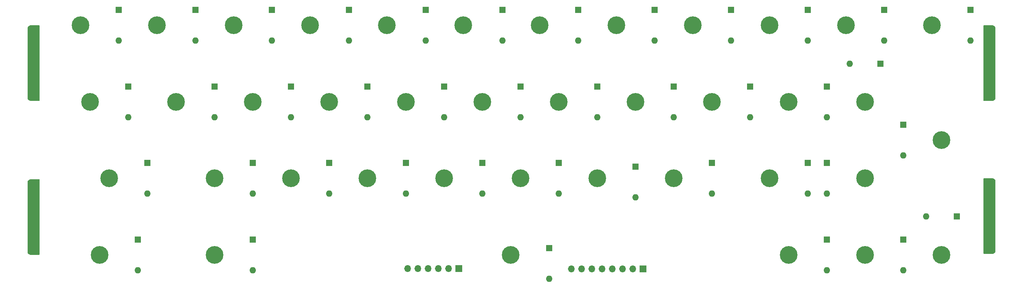
<source format=gbr>
%TF.GenerationSoftware,KiCad,Pcbnew,8.0.3*%
%TF.CreationDate,2024-07-17T12:37:23+01:00*%
%TF.ProjectId,keyboard,6b657962-6f61-4726-942e-6b696361645f,rev?*%
%TF.SameCoordinates,Original*%
%TF.FileFunction,Soldermask,Top*%
%TF.FilePolarity,Negative*%
%FSLAX46Y46*%
G04 Gerber Fmt 4.6, Leading zero omitted, Abs format (unit mm)*
G04 Created by KiCad (PCBNEW 8.0.3) date 2024-07-17 12:37:23*
%MOMM*%
%LPD*%
G01*
G04 APERTURE LIST*
%ADD10C,4.400000*%
%ADD11R,1.600000X1.600000*%
%ADD12O,1.600000X1.600000*%
%ADD13R,1.700000X1.700000*%
%ADD14O,1.700000X1.700000*%
G04 APERTURE END LIST*
D10*
%TO.C,SW40*%
X249375000Y-104500000D03*
%TD*%
%TO.C,SW39*%
X230375000Y-104500000D03*
%TD*%
%TO.C,SW38*%
X211375000Y-104500000D03*
%TD*%
%TO.C,SW37*%
X230375000Y-85500000D03*
%TD*%
%TO.C,SW36*%
X142368750Y-104500000D03*
%TD*%
%TO.C,SW35*%
X106875000Y-85500000D03*
%TD*%
%TO.C,SW34*%
X87875000Y-85500000D03*
%TD*%
%TO.C,SW33*%
X40375000Y-104500000D03*
%TD*%
%TO.C,SW32*%
X249375000Y-76000000D03*
%TD*%
%TO.C,SW31*%
X230375000Y-66500000D03*
%TD*%
%TO.C,SW30*%
X206625000Y-85500000D03*
%TD*%
%TO.C,SW29*%
X163875000Y-85500000D03*
%TD*%
%TO.C,SW28*%
X144875000Y-85500000D03*
%TD*%
%TO.C,SW27*%
X116375000Y-66500000D03*
%TD*%
%TO.C,SW26*%
X68875000Y-85500000D03*
%TD*%
%TO.C,SW25*%
X68875000Y-104500000D03*
%TD*%
%TO.C,SW24*%
X247000000Y-47500000D03*
%TD*%
%TO.C,SW23*%
X211375000Y-66500000D03*
%TD*%
%TO.C,SW22*%
X182875000Y-85500000D03*
%TD*%
%TO.C,SW21*%
X154375000Y-66500000D03*
%TD*%
%TO.C,SW20*%
X125875000Y-85500000D03*
%TD*%
%TO.C,SW19*%
X97375000Y-66500000D03*
%TD*%
%TO.C,SW18*%
X59375000Y-66500000D03*
%TD*%
%TO.C,SW17*%
X42750000Y-85500000D03*
%TD*%
%TO.C,SW16*%
X225625000Y-47500000D03*
%TD*%
%TO.C,SW15*%
X192375000Y-66500000D03*
%TD*%
%TO.C,SW14*%
X173375000Y-66500000D03*
%TD*%
%TO.C,SW13*%
X149625000Y-47500000D03*
%TD*%
%TO.C,SW12*%
X135375000Y-66500000D03*
%TD*%
%TO.C,SW11*%
X78375000Y-66500000D03*
%TD*%
%TO.C,SW10*%
X54625000Y-47500000D03*
%TD*%
%TO.C,SW9*%
X38000000Y-66500000D03*
%TD*%
%TO.C,SW8*%
X206625000Y-47500000D03*
%TD*%
%TO.C,SW7*%
X187625000Y-47500000D03*
%TD*%
%TO.C,SW6*%
X168625000Y-47500000D03*
%TD*%
%TO.C,SW5*%
X130625000Y-47500000D03*
%TD*%
%TO.C,SW4*%
X111625000Y-47500000D03*
%TD*%
%TO.C,SW3*%
X92625000Y-47500000D03*
%TD*%
%TO.C,SW2*%
X73625000Y-47500000D03*
%TD*%
%TO.C,SW1*%
X35625000Y-47500000D03*
%TD*%
D11*
%TO.C,D4*%
X121285000Y-43690000D03*
D12*
X121285000Y-51310000D03*
%TD*%
D11*
%TO.C,D20*%
X135375000Y-81690000D03*
D12*
X135375000Y-89310000D03*
%TD*%
D11*
%TO.C,D17*%
X52250000Y-81690000D03*
D12*
X52250000Y-89310000D03*
%TD*%
D11*
%TO.C,D29*%
X173375000Y-82630000D03*
D12*
X173375000Y-90250000D03*
%TD*%
D11*
%TO.C,D27*%
X125875000Y-62690000D03*
D12*
X125875000Y-70310000D03*
%TD*%
D11*
%TO.C,D31*%
X234185000Y-57000000D03*
D12*
X226565000Y-57000000D03*
%TD*%
D11*
%TO.C,D19*%
X106875000Y-62690000D03*
D12*
X106875000Y-70310000D03*
%TD*%
D11*
%TO.C,D40*%
X253185000Y-95000000D03*
D12*
X245565000Y-95000000D03*
%TD*%
D13*
%TO.C,J2*%
X175250000Y-108000000D03*
D14*
X172710000Y-108000000D03*
X170170000Y-108000000D03*
X167630000Y-108000000D03*
X165090000Y-108000000D03*
X162550000Y-108000000D03*
X160010000Y-108000000D03*
X157470000Y-108000000D03*
%TD*%
D11*
%TO.C,D2*%
X83125000Y-43690000D03*
D12*
X83125000Y-51310000D03*
%TD*%
D11*
%TO.C,D15*%
X201875000Y-62690000D03*
D12*
X201875000Y-70310000D03*
%TD*%
D11*
%TO.C,D24*%
X256500000Y-43690000D03*
D12*
X256500000Y-51310000D03*
%TD*%
D11*
%TO.C,D10*%
X64125000Y-43690000D03*
D12*
X64125000Y-51310000D03*
%TD*%
D11*
%TO.C,D23*%
X220875000Y-62690000D03*
D12*
X220875000Y-70310000D03*
%TD*%
D11*
%TO.C,D6*%
X178125000Y-43690000D03*
D12*
X178125000Y-51310000D03*
%TD*%
D11*
%TO.C,D34*%
X97375000Y-81690000D03*
D12*
X97375000Y-89310000D03*
%TD*%
D11*
%TO.C,D25*%
X78375000Y-100690000D03*
D12*
X78375000Y-108310000D03*
%TD*%
D11*
%TO.C,D7*%
X197125000Y-43690000D03*
D12*
X197125000Y-51310000D03*
%TD*%
D11*
%TO.C,D32*%
X239875000Y-72190000D03*
D12*
X239875000Y-79810000D03*
%TD*%
D11*
%TO.C,D26*%
X78375000Y-81690000D03*
D12*
X78375000Y-89310000D03*
%TD*%
D11*
%TO.C,D39*%
X239875000Y-100690000D03*
D12*
X239875000Y-108310000D03*
%TD*%
D11*
%TO.C,D11*%
X87875000Y-62690000D03*
D12*
X87875000Y-70310000D03*
%TD*%
D11*
%TO.C,D22*%
X192375000Y-81690000D03*
D12*
X192375000Y-89310000D03*
%TD*%
D11*
%TO.C,D37*%
X220875000Y-81690000D03*
D12*
X220875000Y-89310000D03*
%TD*%
D11*
%TO.C,D21*%
X163875000Y-62690000D03*
D12*
X163875000Y-70310000D03*
%TD*%
D13*
%TO.C,J1*%
X129540000Y-107950000D03*
D14*
X127000000Y-107950000D03*
X124460000Y-107950000D03*
X121920000Y-107950000D03*
X119380000Y-107950000D03*
X116840000Y-107950000D03*
%TD*%
D11*
%TO.C,D30*%
X216125000Y-81690000D03*
D12*
X216125000Y-89310000D03*
%TD*%
D11*
%TO.C,D28*%
X154375000Y-81690000D03*
D12*
X154375000Y-89310000D03*
%TD*%
D11*
%TO.C,D3*%
X102235000Y-43690000D03*
D12*
X102235000Y-51310000D03*
%TD*%
D11*
%TO.C,D38*%
X220875000Y-100690000D03*
D12*
X220875000Y-108310000D03*
%TD*%
D11*
%TO.C,D12*%
X144875000Y-62690000D03*
D12*
X144875000Y-70310000D03*
%TD*%
D11*
%TO.C,D9*%
X47500000Y-62690000D03*
D12*
X47500000Y-70310000D03*
%TD*%
D11*
%TO.C,D35*%
X116375000Y-81690000D03*
D12*
X116375000Y-89310000D03*
%TD*%
D11*
%TO.C,D18*%
X68875000Y-62690000D03*
D12*
X68875000Y-70310000D03*
%TD*%
D11*
%TO.C,D36*%
X152000000Y-102870000D03*
D12*
X152000000Y-110490000D03*
%TD*%
D11*
%TO.C,D33*%
X49875000Y-100690000D03*
D12*
X49875000Y-108310000D03*
%TD*%
D11*
%TO.C,D16*%
X235125000Y-43690000D03*
D12*
X235125000Y-51310000D03*
%TD*%
D11*
%TO.C,D5*%
X140335000Y-43690000D03*
D12*
X140335000Y-51310000D03*
%TD*%
D11*
%TO.C,D8*%
X216125000Y-43690000D03*
D12*
X216125000Y-51310000D03*
%TD*%
D11*
%TO.C,D13*%
X159125000Y-43690000D03*
D12*
X159125000Y-51310000D03*
%TD*%
D11*
%TO.C,D1*%
X45125000Y-43690000D03*
D12*
X45125000Y-51310000D03*
%TD*%
D11*
%TO.C,D14*%
X182875000Y-62690000D03*
D12*
X182875000Y-70310000D03*
%TD*%
G36*
X262001751Y-47500049D02*
G01*
X262072024Y-47502016D01*
X262096147Y-47505076D01*
X262234872Y-47536739D01*
X262261081Y-47545910D01*
X262387699Y-47606886D01*
X262411210Y-47621659D01*
X262521084Y-47709281D01*
X262540718Y-47728915D01*
X262628340Y-47838789D01*
X262643113Y-47862300D01*
X262704089Y-47988918D01*
X262713260Y-48015127D01*
X262744923Y-48153852D01*
X262747983Y-48177974D01*
X262749951Y-48248248D01*
X262750000Y-48251719D01*
X262750000Y-65498280D01*
X262749951Y-65501751D01*
X262747983Y-65572025D01*
X262744923Y-65596147D01*
X262713260Y-65734872D01*
X262704089Y-65761081D01*
X262643113Y-65887699D01*
X262628340Y-65911210D01*
X262540718Y-66021084D01*
X262521084Y-66040718D01*
X262411210Y-66128340D01*
X262387699Y-66143113D01*
X262261081Y-66204089D01*
X262234872Y-66213260D01*
X262096147Y-66244923D01*
X262072025Y-66247983D01*
X262001752Y-66249951D01*
X261998281Y-66250000D01*
X259874000Y-66250000D01*
X259806961Y-66230315D01*
X259761206Y-66177511D01*
X259750000Y-66126000D01*
X259750000Y-47624000D01*
X259769685Y-47556961D01*
X259822489Y-47511206D01*
X259874000Y-47500000D01*
X261998281Y-47500000D01*
X262001751Y-47500049D01*
G37*
G36*
X262001751Y-85500049D02*
G01*
X262072024Y-85502016D01*
X262096147Y-85505076D01*
X262234872Y-85536739D01*
X262261081Y-85545910D01*
X262387699Y-85606886D01*
X262411210Y-85621659D01*
X262521084Y-85709281D01*
X262540718Y-85728915D01*
X262628340Y-85838789D01*
X262643113Y-85862300D01*
X262704089Y-85988918D01*
X262713260Y-86015127D01*
X262744923Y-86153852D01*
X262747983Y-86177974D01*
X262749951Y-86248248D01*
X262750000Y-86251719D01*
X262750000Y-103498280D01*
X262749951Y-103501751D01*
X262747983Y-103572025D01*
X262744923Y-103596147D01*
X262713260Y-103734872D01*
X262704089Y-103761081D01*
X262643113Y-103887699D01*
X262628340Y-103911210D01*
X262540718Y-104021084D01*
X262521084Y-104040718D01*
X262411210Y-104128340D01*
X262387699Y-104143113D01*
X262261081Y-104204089D01*
X262234872Y-104213260D01*
X262096147Y-104244923D01*
X262072025Y-104247983D01*
X262001752Y-104249951D01*
X261998281Y-104250000D01*
X259874000Y-104250000D01*
X259806961Y-104230315D01*
X259761206Y-104177511D01*
X259750000Y-104126000D01*
X259750000Y-85624000D01*
X259769685Y-85556961D01*
X259822489Y-85511206D01*
X259874000Y-85500000D01*
X261998281Y-85500000D01*
X262001751Y-85500049D01*
G37*
G36*
X25443039Y-47519685D02*
G01*
X25488794Y-47572489D01*
X25500000Y-47624000D01*
X25500000Y-66123410D01*
X25480315Y-66190449D01*
X25427511Y-66236204D01*
X25376151Y-66247410D01*
X23251792Y-66249997D01*
X23248171Y-66249948D01*
X23177975Y-66247983D01*
X23153852Y-66244923D01*
X23015127Y-66213260D01*
X22988918Y-66204089D01*
X22862300Y-66143113D01*
X22838789Y-66128340D01*
X22728915Y-66040718D01*
X22709281Y-66021084D01*
X22621659Y-65911210D01*
X22606886Y-65887699D01*
X22545910Y-65761081D01*
X22536739Y-65734872D01*
X22505076Y-65596147D01*
X22502016Y-65572023D01*
X22500049Y-65501749D01*
X22500000Y-65498280D01*
X22500000Y-48251719D01*
X22500049Y-48248250D01*
X22502016Y-48177976D01*
X22505076Y-48153852D01*
X22536739Y-48015127D01*
X22545910Y-47988918D01*
X22606886Y-47862300D01*
X22621659Y-47838789D01*
X22709281Y-47728915D01*
X22728915Y-47709281D01*
X22838789Y-47621659D01*
X22862300Y-47606886D01*
X22988918Y-47545910D01*
X23015127Y-47536739D01*
X23153852Y-47505076D01*
X23177976Y-47502016D01*
X23248250Y-47500049D01*
X23251719Y-47500000D01*
X25376000Y-47500000D01*
X25443039Y-47519685D01*
G37*
G36*
X25443039Y-85769685D02*
G01*
X25488794Y-85822489D01*
X25500000Y-85874000D01*
X25500000Y-104376000D01*
X25480315Y-104443039D01*
X25427511Y-104488794D01*
X25376000Y-104500000D01*
X23251719Y-104500000D01*
X23248248Y-104499951D01*
X23177974Y-104497983D01*
X23153852Y-104494923D01*
X23015127Y-104463260D01*
X22988918Y-104454089D01*
X22862300Y-104393113D01*
X22838789Y-104378340D01*
X22728915Y-104290718D01*
X22709281Y-104271084D01*
X22621659Y-104161210D01*
X22606886Y-104137699D01*
X22545910Y-104011081D01*
X22536739Y-103984872D01*
X22505076Y-103846147D01*
X22502016Y-103822023D01*
X22500049Y-103751749D01*
X22500000Y-103748280D01*
X22500000Y-86501719D01*
X22500049Y-86498250D01*
X22502016Y-86427976D01*
X22505076Y-86403852D01*
X22536739Y-86265127D01*
X22545910Y-86238918D01*
X22606886Y-86112300D01*
X22621659Y-86088789D01*
X22709281Y-85978915D01*
X22728915Y-85959281D01*
X22838789Y-85871659D01*
X22862300Y-85856886D01*
X22988918Y-85795910D01*
X23015127Y-85786739D01*
X23153852Y-85755076D01*
X23177976Y-85752016D01*
X23248250Y-85750049D01*
X23251719Y-85750000D01*
X25376000Y-85750000D01*
X25443039Y-85769685D01*
G37*
M02*

</source>
